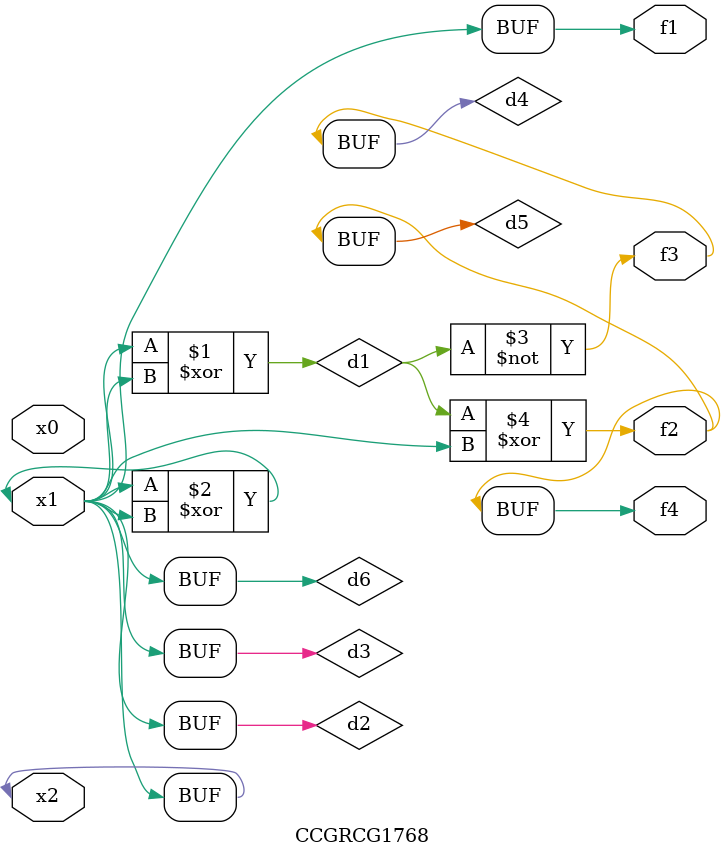
<source format=v>
module CCGRCG1768(
	input x0, x1, x2,
	output f1, f2, f3, f4
);

	wire d1, d2, d3, d4, d5, d6;

	xor (d1, x1, x2);
	buf (d2, x1, x2);
	xor (d3, x1, x2);
	nor (d4, d1);
	xor (d5, d1, d2);
	buf (d6, d2, d3);
	assign f1 = d6;
	assign f2 = d5;
	assign f3 = d4;
	assign f4 = d5;
endmodule

</source>
